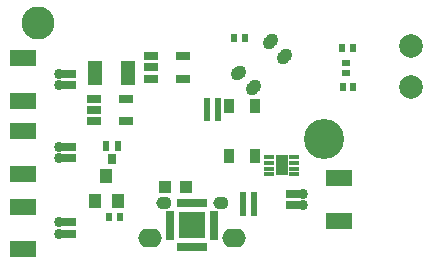
<source format=gts>
G70*
%OFA0B0*%
%FSLAX24Y24*%
%IPPOS*%
%LPD*%
%ADD19R,0.0213X0.0307*%
%ADD21R,0.0236X0.0209*%
%ADD22R,0.0236X0.0276*%
%ADD23R,0.0236X0.0354*%
%ADD27R,0.0276X0.0236*%
%ADD28R,0.0276X0.0354*%
%ADD29R,0.0307X0.0213*%
%ADD32R,0.0335X0.0453*%
%ADD33R,0.0354X0.0177*%
%ADD37R,0.0394X0.0394*%
%ADD38R,0.0394X0.0512*%
%ADD40R,0.0433X0.0709*%
%ADD42R,0.0472X0.0295*%
%ADD44R,0.0472X0.0787*%
%ADD48R,0.0610X0.0315*%
%ADD53R,0.0866X0.0551*%
%ADD54R,0.0866X0.0866*%
%ADD76O,0.0315X0.0354*%
%ADD80C,0.0433*%
%ADD81O,0.0512X0.0433*%
%ADD84O,0.0787X0.0630*%
%ADD85C,0.0787*%
%ADD86C,0.1102*%
%ADD88C,0.1339*%
D19*
X017319Y012228D03*
X018106Y012228D03*
X017713Y013693D03*
X017319Y013693D03*
X017516Y013693D03*
X018106Y013693D03*
X017909Y013693D03*
X017516Y012228D03*
X017713Y012228D03*
X017909Y012228D03*
D21*
X019402Y013575D03*
X018213Y016728D03*
X019756Y013969D03*
X018567Y016728D03*
X018213Y016531D03*
X018567Y016531D03*
X018213Y016925D03*
X019756Y013575D03*
X018213Y017122D03*
X018567Y017122D03*
X018567Y016925D03*
X019756Y013772D03*
X019402Y013378D03*
X019402Y013969D03*
X019402Y013772D03*
X019756Y013378D03*
D22*
X022724Y017575D03*
X023079Y017575D03*
X022717Y018890D03*
X023071Y018890D03*
X014949Y013256D03*
X015303Y013256D03*
X019102Y019201D03*
X019457Y019201D03*
D23*
X015236Y015610D03*
X014843Y015610D03*
D27*
X022831Y018390D03*
X022831Y018035D03*
D28*
X015039Y015177D03*
D29*
X016980Y012764D03*
X016980Y013157D03*
X018445Y012567D03*
X016980Y012961D03*
X016980Y012567D03*
X016980Y013354D03*
X018445Y012764D03*
X018445Y013354D03*
X018445Y012961D03*
X018445Y013157D03*
D32*
X019792Y016958D03*
X018946Y016958D03*
X018946Y015284D03*
X019792Y015284D03*
D33*
X020283Y014661D03*
X020283Y015055D03*
X020283Y015252D03*
X020283Y014858D03*
X021106Y014858D03*
X021106Y015252D03*
X021106Y015055D03*
X021106Y014661D03*
D37*
X017504Y014236D03*
X016795Y014236D03*
D38*
X015220Y013772D03*
X014469Y013772D03*
X014846Y014594D03*
D40*
X020689Y014961D03*
D42*
X017413Y018602D03*
X015488Y017181D03*
X017417Y017854D03*
X016350Y017854D03*
X016350Y018606D03*
X016350Y018228D03*
X015492Y016433D03*
X014425Y016807D03*
X014425Y016433D03*
X014425Y017185D03*
D44*
X014476Y018055D03*
X015579Y018055D03*
D48*
X021144Y014020D03*
X013530Y015197D03*
X013530Y018024D03*
X013530Y017630D03*
X021144Y013626D03*
X013530Y015591D03*
X013533Y013063D03*
X013533Y012669D03*
D53*
X012079Y014689D03*
X012079Y017122D03*
X012083Y012161D03*
X012083Y013579D03*
X022594Y013110D03*
X012079Y016106D03*
X022594Y014528D03*
X012079Y018539D03*
D54*
X017713Y012961D03*
D76*
X013278Y017630D03*
X013278Y018024D03*
X013278Y015197D03*
X013278Y015591D03*
X021396Y014020D03*
X013281Y013063D03*
X021396Y013626D03*
X013281Y012669D03*
D80*
X020359Y019135D03*
X020749Y018556D03*
X019788Y017595D03*
X020262Y019043D03*
X019218Y018005D03*
X020825Y018654D03*
X019301Y018083D03*
X019694Y017525D03*
D81*
X016764Y013697D03*
X018664Y013697D03*
D84*
X016315Y012547D03*
X019114Y012547D03*
D85*
X024988Y017567D03*
X024988Y018945D03*
D86*
X012567Y019713D03*
D88*
X022087Y015839D03*
M02*

</source>
